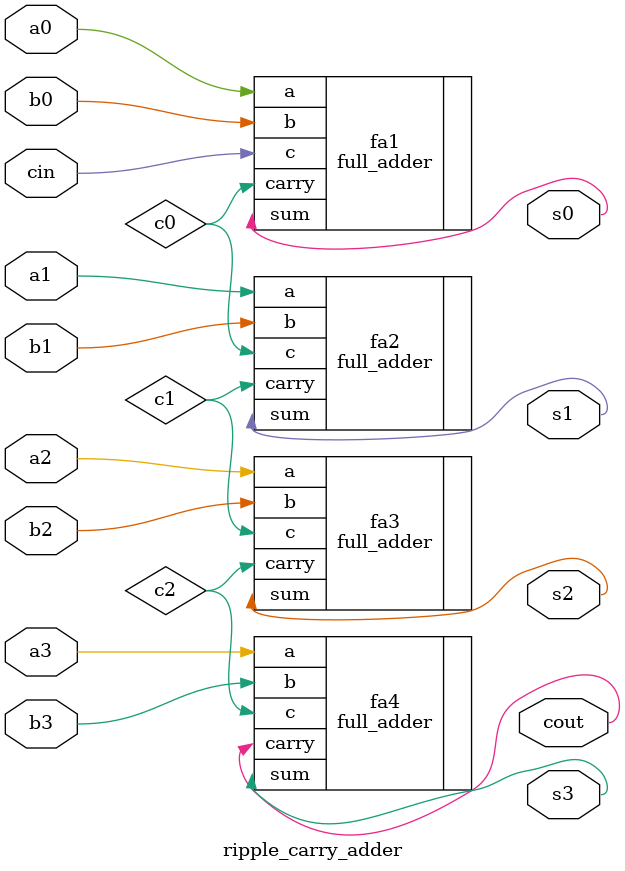
<source format=v>

module ripple_carry_adder(a0,a1,a2,a3,b0,b1,b2,b3,cin,s0,s1,s2,s3,cout);

  //---------- Port Declaration ----------//

  input a0,a1,a2,a3,b0,b1,b2,b3,cin;
  output s0,s1,s2,s3,cout;
 
  //---------- Internal cable Declaration ----------//
  
  wire c0,c1,c2;
  
  //---------- Full adder instantiation ----------// 

  full_adder fa1(.a(a0),.b(b0),.c(cin),.sum(s0),.carry(c0));
  full_adder fa2(.a(a1),.b(b1),.c(c0),.sum(s1),.carry(c1));
  full_adder fa3(.a(a2),.b(b2),.c(c1),.sum(s2),.carry(c2));
  full_adder fa4(.a(a3),.b(b3),.c(c2),.sum(s3),.carry(cout));

endmodule



</source>
